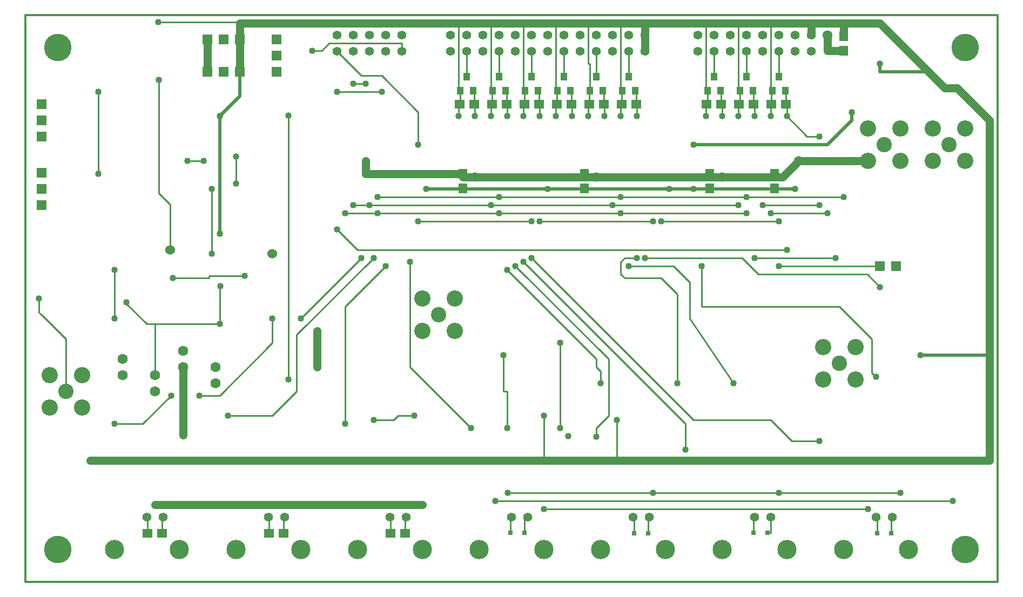
<source format=gbr>
G04 EasyPC Gerber Version 20.0.2 Build 4112 *
G04 #@! TF.Part,Single*
G04 #@! TF.FileFunction,Copper,L2,Bot *
%FSLAX35Y35*%
%MOIN*%
G04 #@! TA.AperFunction,SMDPad*
%ADD74R,0.04000X0.04800*%
%ADD70R,0.05500X0.06000*%
%ADD85R,0.03150X0.03150*%
G04 #@! TA.AperFunction,ComponentPad*
%ADD75R,0.06000X0.06000*%
G04 #@! TD.AperFunction*
%ADD11C,0.01000*%
%ADD10C,0.01200*%
%ADD83C,0.02000*%
G04 #@! TA.AperFunction,WasherPad*
%ADD13C,0.04000*%
G04 #@! TD.AperFunction*
%ADD84C,0.05000*%
G04 #@! TA.AperFunction,ComponentPad*
%ADD16C,0.05472*%
%ADD73C,0.05500*%
G04 #@! TA.AperFunction,WasherPad*
%ADD14C,0.06000*%
G04 #@! TA.AperFunction,ComponentPad*
%ADD71C,0.06299*%
%ADD21C,0.09449*%
%ADD22C,0.10039*%
%ADD15C,0.11850*%
G04 #@! TA.AperFunction,WasherPad*
%ADD12C,0.17000*%
G04 #@! TA.AperFunction,SMDPad*
%ADD25R,0.06000X0.05500*%
X0Y0D02*
D02*
D10*
X680250Y344250D02*
X1280250D01*
Y694250*
X680250*
Y344250*
D02*
D11*
X688550Y519250D02*
Y510750D01*
X690050Y509250*
X690250*
X705250Y494250*
Y461848*
X725250Y646750D02*
Y596250D01*
X735250Y506750D02*
Y536750D01*
X742750Y516750D02*
Y515950D01*
X755250Y503450*
X760250*
X755750Y374250D02*
Y384250D01*
X755250*
X760250Y471750D02*
Y503450D01*
X762250Y689750D02*
X812250D01*
Y679250*
X812750*
X762750Y654250D02*
Y584250D01*
X769750Y577250*
Y549250*
X765250Y384250D02*
X764750D01*
Y374250*
X770250Y459250D02*
X752750Y441750D01*
X735250*
X771250Y531750D02*
X793750D01*
Y533250*
X815750*
X790250Y604250D02*
X780250D01*
X795250Y546750D02*
Y586750D01*
X800250Y503450D02*
Y526250D01*
X800750Y526750*
X800250Y503450D02*
X760250D01*
X805250Y446750D02*
X832750D01*
X847750Y461750*
Y496750*
X895250Y544250*
X810250Y590309D02*
Y606750D01*
X830250Y384250D02*
X830750D01*
Y374250*
X832750Y506750D02*
Y491750D01*
X800250Y459250*
X787750*
X840250Y384250D02*
X839750D01*
Y374250*
X842750Y632350D02*
Y469250D01*
X872750Y646750D02*
X900250D01*
X872750Y671750D02*
X887750Y656750D01*
X900250*
X922750Y634250*
Y614250*
X882750Y651750D02*
X890250D01*
X887750Y544250D02*
X850250Y506750D01*
X892750Y576750D02*
X882750D01*
X892750D02*
X967750D01*
X895250Y444250D02*
X907750D01*
X910250Y446750*
X920250*
X897750Y571750D02*
X877750D01*
X897750D02*
X972750D01*
X897750Y581750D02*
X972750D01*
X902750Y539250D02*
X877750Y514250D01*
Y441750*
X905250Y384250D02*
X905750D01*
Y374250*
X912750Y671750D02*
Y676750D01*
X867750*
X863250Y672250*
X857250*
X915250Y384250D02*
X914750D01*
Y374250*
X922750Y566750D02*
X992750D01*
X948250Y639250D02*
X947750D01*
Y631750*
X948750Y647450D02*
Y639250D01*
X948250*
X948750Y647450D02*
X947750D01*
Y689250*
X950250Y586750D02*
Y587250D01*
Y586750*
Y594250D02*
Y596250D01*
X952750Y671750D02*
Y656150D01*
X955250Y439250D02*
X917750Y476750D01*
Y541750*
X956750Y647450D02*
X957250D01*
Y639250*
X957750*
Y631750*
X968250Y639250D02*
X967750D01*
Y631750*
X968750Y647450D02*
X968250D01*
Y639250*
X968750Y647450D02*
X967750D01*
Y689250*
X970250Y394250D02*
X1252750D01*
X972750Y671750D02*
Y656150D01*
X976750Y647450D02*
X977250D01*
Y639250*
X977750*
Y631750*
Y439250D02*
Y461750D01*
X975250*
Y484250*
X977750Y536750D02*
X1032750Y481750D01*
Y476750*
X1035250Y474250*
Y466789*
X977888Y399250D02*
X1067711D01*
X979691Y374667D02*
Y384250D01*
X980250*
X982750Y539250D02*
X1040250Y481750D01*
Y446750*
X1032750Y439250*
Y433750*
X988250Y639250D02*
X987750D01*
Y631750*
X988352Y374667D02*
Y384250D01*
X990250*
X988750Y647450D02*
X988250D01*
Y639250*
X988750Y647450D02*
X987750D01*
Y689250*
X992750Y671750D02*
Y656150D01*
X996750Y647450D02*
X997250D01*
Y639250*
X997750*
Y631750*
Y566750D02*
X1067750D01*
X1000250Y419250D02*
Y446750D01*
X1008250Y639250D02*
X1007750D01*
Y631750*
X1008750Y647450D02*
X1007750D01*
Y689250*
X1008750Y647450D02*
X1008250D01*
Y639250*
X1010250Y439250D02*
Y491750D01*
X1012750Y671750D02*
Y656150D01*
X1016750Y647450D02*
X1017250D01*
Y639250*
X1017750*
Y631750*
X1025250Y586750D02*
Y587250D01*
Y586750*
X1028250Y639250D02*
X1027750D01*
Y631750*
X1028750Y647450D02*
X1028250D01*
Y639250*
X1028750Y647450D02*
Y664250D01*
X1027750*
Y689250*
X1032750Y671750D02*
Y656150D01*
X1036750Y647450D02*
X1037250D01*
Y639250*
X1037750*
Y631750*
X1042750Y576750D02*
X967750D01*
X1045250Y444250D02*
Y419250D01*
X1047750Y571750D02*
X972750D01*
X1047750Y581750D02*
X972750D01*
X1048250Y639250D02*
X1047750D01*
Y631750*
X1048750Y647450D02*
X1048250D01*
Y639250*
X1048750Y647450D02*
X1047750D01*
Y689250*
X1052750Y671750D02*
Y656150D01*
X1055919Y374250D02*
Y384250D01*
X1055250*
X1056750Y647450D02*
X1057250D01*
Y639250*
X1057750*
Y631750*
X1062750Y544250D02*
X1122750D01*
X1132750Y534250*
X1200250*
Y533750*
X1207750Y526250*
X1064581Y374250D02*
Y384250D01*
X1065250*
X1067711Y399250D02*
X1145211D01*
X1072750Y566750D02*
X1145250D01*
X1082750Y466789D02*
Y521750D01*
X1072750Y531750*
X1050250*
X1047750Y534250*
Y541750*
X1050250Y544250*
X1057750*
X1087750Y425884D02*
Y441750D01*
X987750Y541750*
X1100750Y639250D02*
X1100250D01*
Y631750*
X1101250Y647450D02*
Y639250D01*
X1100750*
X1101250Y647450D02*
X1100250D01*
Y689250*
X1102750Y586750D02*
Y587250D01*
Y586750*
X1105250Y671750D02*
Y656150D01*
X1109250Y647450D02*
X1109750D01*
Y639250*
X1110250*
Y631750*
X1117250Y466789D02*
Y466750D01*
X1090250Y506750*
Y529250*
X1080250Y539250*
X1052750*
X1120250Y576750D02*
X1042750D01*
X1120250Y631750D02*
Y639250D01*
X1120750*
X1121250*
Y647450*
X1120250*
Y689250*
X1125250Y571750D02*
X1047750D01*
X1125250Y581750D02*
X1047750D01*
X1125250Y671750D02*
Y656150D01*
X1129691Y374667D02*
Y384250D01*
X1130250*
X1129750Y639250D02*
Y647450D01*
X1129250*
X1130250Y544250D02*
X1180250D01*
X1130250Y631750D02*
Y639250D01*
X1129750*
X1135250Y576750D02*
X1170250D01*
X1138352Y374667D02*
X1140250D01*
Y384250*
Y571750D02*
X1175250D01*
X1140750Y639250D02*
X1140250D01*
Y631750*
X1141250Y647450D02*
X1140750D01*
Y639250*
X1141250Y647450D02*
X1140250D01*
Y689250*
X1145250Y671750D02*
Y656150D01*
X1149250Y647450D02*
X1149750D01*
Y639250*
X1150250*
Y631750*
Y549250D02*
X885250D01*
X872750Y561750*
X1170250Y431250D02*
X1153250D01*
X1140250Y444250*
X1092750*
X992750Y544250*
X1170250Y619250D02*
X1162750D01*
X1150250Y631750*
X1185250Y581750D02*
X1125250D01*
X1185250Y689250D02*
X1180250D01*
X1200250Y389250D02*
X1000250D01*
X1205250Y470884D02*
X1205116D01*
X1202750Y473250*
Y494250*
X1182750Y514250*
X1097750*
Y539250*
X1205919Y374250D02*
Y384250D01*
X1205250*
X1207750Y539250D02*
X1145250D01*
X1214581Y374250D02*
Y384250D01*
X1215250*
X1220250Y399250D02*
X1145211D01*
D02*
D12*
X700250Y364250D03*
Y674250D03*
X1260250Y364250D03*
Y674250D03*
D02*
D13*
X688550Y519250D03*
X720250Y419250D03*
X725250Y596250D03*
Y646750D03*
X735250Y441750D03*
Y506750D03*
Y536750D03*
X742750Y516750D03*
X760250Y391750D03*
X762250Y689750D03*
X762750Y654250D03*
X770250Y459250D03*
X771250Y531750D03*
X777750Y434998D03*
X780250Y604250D03*
X787750Y459250D03*
X790250Y604250D03*
X795250Y546750D03*
Y586750D03*
X800250Y503450D03*
Y559250D03*
Y631750D03*
X800750Y526750D03*
X805250Y419250D03*
Y446750D03*
X810250Y590309D03*
Y606750D03*
X815750Y533250D03*
X832750Y506750D03*
X842750Y469250D03*
Y632350D03*
X845250Y391750D03*
X850250Y506750D03*
X857250Y672250D03*
X860250Y476750D03*
Y499250D03*
X872750Y561750D03*
Y646750D03*
X877750Y441750D03*
Y571750D03*
X882750Y576750D03*
Y651750D03*
X885250Y419250D03*
X887750Y544250D03*
X890250Y604250D03*
Y651750D03*
X892750Y576750D03*
X895250Y444250D03*
Y544250D03*
X897750Y571750D03*
Y581750D03*
X900250Y419250D03*
Y646750D03*
X902750Y539250D03*
X917750Y541750D03*
X920250Y446750D03*
X922750Y566750D03*
Y614250D03*
X925250Y391750D03*
X927750Y586750D03*
X947750Y631750D03*
X955250Y439250D03*
X957750Y631750D03*
X965289Y419250D03*
X967750Y576750D03*
Y631750D03*
X970250Y394250D03*
X972750Y571750D03*
Y581750D03*
X975250Y484250D03*
X977750Y439250D03*
Y536750D03*
Y631750D03*
X977888Y399250D03*
X982750Y539250D03*
X987750Y541750D03*
Y631750D03*
X992750Y544250D03*
Y566750D03*
X997750D03*
Y631750D03*
X1000250Y389250D03*
Y446750D03*
X1002750Y586750D03*
X1007750Y631750D03*
X1010250Y439250D03*
Y491750D03*
X1015250Y434250D03*
X1017750Y631750D03*
X1027750D03*
X1032750Y433750D03*
X1035250Y466789D03*
X1037750Y631750D03*
X1037789Y419250D03*
X1042750Y576750D03*
X1045250Y444250D03*
X1047750Y571750D03*
Y581750D03*
Y631750D03*
X1052750Y539250D03*
X1057750Y544250D03*
Y631750D03*
X1062750Y544250D03*
X1067711Y399250D03*
X1067750Y566750D03*
X1072750D03*
X1077750Y586750D03*
X1082750Y466789D03*
X1087750Y425884D03*
X1092750Y586750D03*
Y614250D03*
X1097750Y539250D03*
X1100250Y631750D03*
X1110250D03*
X1115289Y419250D03*
X1117250Y466789D03*
X1120250Y576750D03*
Y631750D03*
X1125250Y571750D03*
Y581750D03*
X1130250Y544250D03*
Y631750D03*
X1135250Y576750D03*
X1140250Y571750D03*
Y631750D03*
X1145211Y399250D03*
X1145250Y539250D03*
Y566750D03*
X1150250Y549250D03*
Y631750D03*
X1155250Y586750D03*
X1170250Y431250D03*
Y576750D03*
Y619250D03*
X1175250Y571750D03*
X1180250Y544250D03*
X1185250Y581750D03*
X1190250Y634250D03*
X1190289Y419250D03*
X1200250Y389250D03*
X1205250Y470884D03*
X1207750Y526250D03*
Y664250D03*
X1220250Y399250D03*
X1232750Y484250D03*
X1252750Y394250D03*
D02*
D14*
X769750Y549250D03*
X832750Y546750D03*
X957750Y594250D03*
X1032750D03*
X1110250D03*
X1157750Y604250D03*
X1175250Y681750D03*
D02*
D15*
X735250Y364250D03*
X775250D03*
X810250D03*
X850250D03*
X885250D03*
X925250D03*
X960250D03*
X1000250D03*
X1035250D03*
X1075250D03*
X1110250D03*
X1150250D03*
X1185250D03*
X1225250D03*
D02*
D16*
X755250Y384250D03*
X765250D03*
X830250D03*
X840250D03*
X905250D03*
X915250D03*
X980250D03*
X990250D03*
X1055250D03*
X1065250D03*
X1130250D03*
X1140250D03*
X1205250D03*
X1215250D03*
D02*
D70*
X950250Y587250D03*
Y596250D03*
X1025250Y587250D03*
Y596250D03*
X1102750Y587250D03*
Y596250D03*
X1142750Y587250D03*
Y596250D03*
X1185250Y672250D03*
Y681250D03*
D02*
D71*
X740250Y471750D03*
Y481750D03*
X760250Y461750D03*
Y471750D03*
X777750Y476750D03*
Y486750D03*
X797750Y466750D03*
Y476750D03*
D02*
D21*
X705250Y461848D03*
X935250Y509348D03*
X1182750Y479348D03*
X1210250Y614348D03*
X1250250D03*
D02*
D22*
X695250Y451848D03*
Y471848D03*
X715250Y451848D03*
Y471848D03*
X925250Y499348D03*
Y519348D03*
X945250Y499348D03*
Y519348D03*
X1172750Y469348D03*
Y489348D03*
X1192750Y469348D03*
Y489348D03*
X1200250Y604348D03*
Y624348D03*
X1220250Y604348D03*
Y624348D03*
X1240250Y604348D03*
Y624348D03*
X1260250Y604348D03*
Y624348D03*
D02*
D25*
X755750Y374250D03*
X764750D03*
X830750D03*
X839750D03*
X905750D03*
X914750D03*
X948250Y639250D03*
X957250D03*
X968250D03*
X977250D03*
X988250D03*
X997250D03*
X1008250D03*
X1017250D03*
X1028250D03*
X1037250D03*
X1048250D03*
X1057250D03*
X1100750D03*
X1109750D03*
X1120750D03*
X1129750D03*
X1140750D03*
X1149750D03*
D02*
D73*
X872750Y671750D03*
Y681750D03*
X882750Y671750D03*
Y681750D03*
X892750Y671750D03*
Y681750D03*
X902750Y671750D03*
Y681750D03*
X912750Y671750D03*
Y681750D03*
X942750Y671750D03*
Y681750D03*
X952750Y671750D03*
Y681750D03*
X962750Y671750D03*
Y681750D03*
X972750Y671750D03*
Y681750D03*
X982750Y671750D03*
Y681750D03*
X992750Y671750D03*
Y681750D03*
X1002750Y671750D03*
Y681750D03*
X1012750Y671750D03*
Y681750D03*
X1022750Y671750D03*
Y681750D03*
X1032750Y671750D03*
Y681750D03*
X1042750Y671750D03*
Y681750D03*
X1052750Y671750D03*
Y681750D03*
X1062750Y671750D03*
Y681750D03*
X1095250Y671750D03*
Y681750D03*
X1105250Y671750D03*
Y681750D03*
X1115250Y671750D03*
Y681750D03*
X1125250Y671750D03*
Y681750D03*
X1135250Y671750D03*
Y681750D03*
X1145250Y671750D03*
Y681750D03*
X1155250Y671750D03*
Y681750D03*
X1165250Y671750D03*
Y681750D03*
D02*
D74*
X948750Y647450D03*
X952750Y656150D03*
X956750Y647450D03*
X968750D03*
X972750Y656150D03*
X976750Y647450D03*
X988750D03*
X992750Y656150D03*
X996750Y647450D03*
X1008750D03*
X1012750Y656150D03*
X1016750Y647450D03*
X1028750D03*
X1032750Y656150D03*
X1036750Y647450D03*
X1048750D03*
X1052750Y656150D03*
X1056750Y647450D03*
X1101250D03*
X1105250Y656150D03*
X1109250Y647450D03*
X1121250D03*
X1125250Y656150D03*
X1129250Y647450D03*
X1141250D03*
X1145250Y656150D03*
X1149250Y647450D03*
D02*
D75*
X690250Y576750D03*
Y586750D03*
Y596750D03*
Y619250D03*
Y629250D03*
Y639250D03*
X792750Y659250D03*
Y679250D03*
X802750Y659250D03*
Y679250D03*
X812750Y659250D03*
Y679250D03*
X835250Y659250D03*
Y669250D03*
Y679250D03*
X1207750Y539250D03*
X1217750D03*
D02*
D83*
X800250Y631750D02*
Y559250D01*
X812750Y659250D02*
Y644250D01*
X800250Y631750*
X927750Y586750D02*
X950250D01*
X1002750*
X1025250*
X1077750*
X1092750*
X1102750*
X1155250*
X1190250Y634250D02*
Y629250D01*
X1175250Y614250*
X1092750*
X1207750Y664250D02*
Y659250D01*
X1237750*
X1275250Y484250D02*
X1232750D01*
D02*
D84*
X760250Y391750D02*
X845250D01*
X777750Y476750D02*
Y434998D01*
X792750Y659250D02*
Y679250D01*
X805250Y419250D02*
X720250D01*
X812750Y659250D02*
Y679250D01*
Y689250*
X947750*
X860250Y499250D02*
Y476750D01*
X885250Y419250D02*
X805250D01*
X900250D02*
X885250D01*
X925250Y391750D02*
X845250D01*
X947750Y689250D02*
X967750D01*
X950250Y596250D02*
X890250D01*
Y604250*
X957750Y594250D02*
X950250D01*
X957750D02*
X1032750D01*
X965289Y419250D02*
X900250D01*
X967750Y689250D02*
X987750D01*
X1007750*
X1000250Y419250D02*
X965289D01*
X1007750Y689250D02*
X1027750D01*
X1047750*
X1032750Y594250D02*
X1110250D01*
X1037789Y419250D02*
X1000250D01*
X1045250D02*
X1037789D01*
X1047750Y689250D02*
X1062750D01*
Y671750D02*
Y681750D01*
Y689250*
X1100250D02*
X1062750D01*
X1100250D02*
X1120250D01*
X1110250Y594250D02*
X1147750D01*
X1157750Y604250*
Y604348*
X1200250*
X1115289Y419250D02*
X1045250D01*
X1120250Y689250D02*
X1140250D01*
X1165250*
Y681750D02*
Y689250D01*
X1180250*
X1207750*
X1237750Y659250*
X1185250Y672250D02*
X1175250D01*
Y681750*
X1185250Y681250D02*
Y689250D01*
X1190289Y419250D02*
X1115289D01*
X1237750Y659250D02*
X1247750Y649250D01*
X1255250*
X1275250Y629250*
Y484250*
Y419250*
X1190289*
D02*
D85*
X979691Y374667D03*
X988352D03*
X1055919Y374250D03*
X1064581D03*
X1129691Y374667D03*
X1138352D03*
X1205919Y374250D03*
X1214581D03*
X0Y0D02*
M02*

</source>
